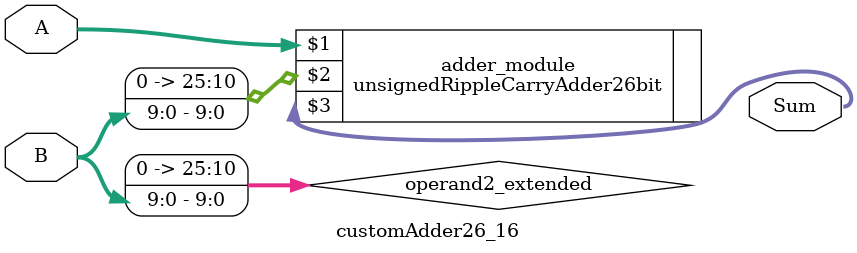
<source format=v>

module customAdder26_16(
                    input [25 : 0] A,
                    input [9 : 0] B,
                    
                    output [26 : 0] Sum
            );

    wire [25 : 0] operand2_extended;
    
    assign operand2_extended =  {16'b0, B};
    
    unsignedRippleCarryAdder26bit adder_module(
        A,
        operand2_extended,
        Sum
    );
    
endmodule
        
</source>
